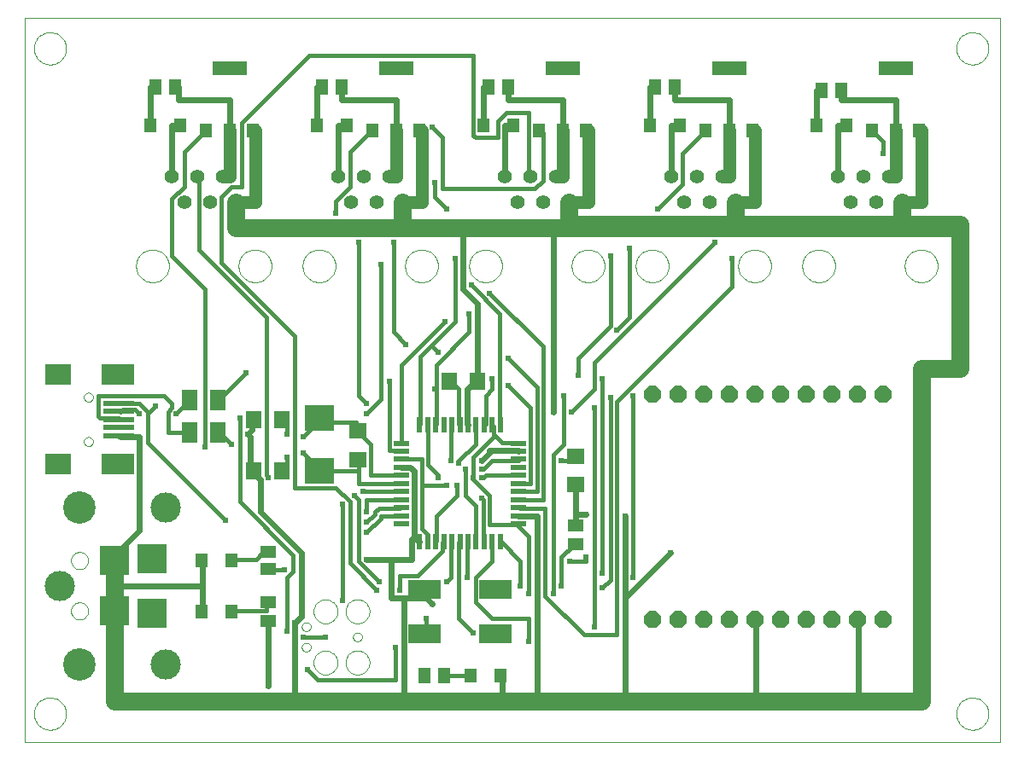
<source format=gtl>
G75*
%MOIN*%
%OFA0B0*%
%FSLAX24Y24*%
%IPPOS*%
%LPD*%
%AMOC8*
5,1,8,0,0,1.08239X$1,22.5*
%
%ADD10C,0.0000*%
%ADD11C,0.0554*%
%ADD12R,0.0472X0.0551*%
%ADD13R,0.0512X0.0591*%
%ADD14C,0.1181*%
%ADD15C,0.1266*%
%ADD16R,0.1181X0.1181*%
%ADD17R,0.0591X0.0512*%
%ADD18R,0.0709X0.0630*%
%ADD19R,0.0197X0.0591*%
%ADD20R,0.0591X0.0197*%
%ADD21R,0.1250X0.0750*%
%ADD22R,0.0630X0.0709*%
%ADD23R,0.0710X0.0630*%
%ADD24R,0.0630X0.0512*%
%ADD25R,0.1181X0.0984*%
%ADD26R,0.0984X0.0787*%
%ADD27R,0.1299X0.0787*%
%ADD28R,0.1220X0.0197*%
%ADD29R,0.0630X0.0787*%
%ADD30OC8,0.0660*%
%ADD31R,0.1378X0.0551*%
%ADD32C,0.0700*%
%ADD33C,0.0180*%
%ADD34C,0.0500*%
%ADD35C,0.0240*%
%ADD36C,0.0240*%
D10*
X003100Y000100D02*
X003100Y028396D01*
X041170Y028396D01*
X041170Y000100D01*
X003100Y000100D01*
X003470Y001200D02*
X003472Y001250D01*
X003478Y001300D01*
X003488Y001349D01*
X003502Y001397D01*
X003519Y001444D01*
X003540Y001489D01*
X003565Y001533D01*
X003593Y001574D01*
X003625Y001613D01*
X003659Y001650D01*
X003696Y001684D01*
X003736Y001714D01*
X003778Y001741D01*
X003822Y001765D01*
X003868Y001786D01*
X003915Y001802D01*
X003963Y001815D01*
X004013Y001824D01*
X004062Y001829D01*
X004113Y001830D01*
X004163Y001827D01*
X004212Y001820D01*
X004261Y001809D01*
X004309Y001794D01*
X004355Y001776D01*
X004400Y001754D01*
X004443Y001728D01*
X004484Y001699D01*
X004523Y001667D01*
X004559Y001632D01*
X004591Y001594D01*
X004621Y001554D01*
X004648Y001511D01*
X004671Y001467D01*
X004690Y001421D01*
X004706Y001373D01*
X004718Y001324D01*
X004726Y001275D01*
X004730Y001225D01*
X004730Y001175D01*
X004726Y001125D01*
X004718Y001076D01*
X004706Y001027D01*
X004690Y000979D01*
X004671Y000933D01*
X004648Y000889D01*
X004621Y000846D01*
X004591Y000806D01*
X004559Y000768D01*
X004523Y000733D01*
X004484Y000701D01*
X004443Y000672D01*
X004400Y000646D01*
X004355Y000624D01*
X004309Y000606D01*
X004261Y000591D01*
X004212Y000580D01*
X004163Y000573D01*
X004113Y000570D01*
X004062Y000571D01*
X004013Y000576D01*
X003963Y000585D01*
X003915Y000598D01*
X003868Y000614D01*
X003822Y000635D01*
X003778Y000659D01*
X003736Y000686D01*
X003696Y000716D01*
X003659Y000750D01*
X003625Y000787D01*
X003593Y000826D01*
X003565Y000867D01*
X003540Y000911D01*
X003519Y000956D01*
X003502Y001003D01*
X003488Y001051D01*
X003478Y001100D01*
X003472Y001150D01*
X003470Y001200D01*
X004919Y005216D02*
X004921Y005252D01*
X004927Y005288D01*
X004937Y005323D01*
X004950Y005357D01*
X004967Y005389D01*
X004987Y005419D01*
X005011Y005446D01*
X005037Y005471D01*
X005066Y005493D01*
X005097Y005512D01*
X005130Y005527D01*
X005164Y005539D01*
X005200Y005547D01*
X005236Y005551D01*
X005272Y005551D01*
X005308Y005547D01*
X005344Y005539D01*
X005378Y005527D01*
X005411Y005512D01*
X005442Y005493D01*
X005471Y005471D01*
X005497Y005446D01*
X005521Y005419D01*
X005541Y005389D01*
X005558Y005357D01*
X005571Y005323D01*
X005581Y005288D01*
X005587Y005252D01*
X005589Y005216D01*
X005587Y005180D01*
X005581Y005144D01*
X005571Y005109D01*
X005558Y005075D01*
X005541Y005043D01*
X005521Y005013D01*
X005497Y004986D01*
X005471Y004961D01*
X005442Y004939D01*
X005411Y004920D01*
X005378Y004905D01*
X005344Y004893D01*
X005308Y004885D01*
X005272Y004881D01*
X005236Y004881D01*
X005200Y004885D01*
X005164Y004893D01*
X005130Y004905D01*
X005097Y004920D01*
X005066Y004939D01*
X005037Y004961D01*
X005011Y004986D01*
X004987Y005013D01*
X004967Y005043D01*
X004950Y005075D01*
X004937Y005109D01*
X004927Y005144D01*
X004921Y005180D01*
X004919Y005216D01*
X004919Y007184D02*
X004921Y007220D01*
X004927Y007256D01*
X004937Y007291D01*
X004950Y007325D01*
X004967Y007357D01*
X004987Y007387D01*
X005011Y007414D01*
X005037Y007439D01*
X005066Y007461D01*
X005097Y007480D01*
X005130Y007495D01*
X005164Y007507D01*
X005200Y007515D01*
X005236Y007519D01*
X005272Y007519D01*
X005308Y007515D01*
X005344Y007507D01*
X005378Y007495D01*
X005411Y007480D01*
X005442Y007461D01*
X005471Y007439D01*
X005497Y007414D01*
X005521Y007387D01*
X005541Y007357D01*
X005558Y007325D01*
X005571Y007291D01*
X005581Y007256D01*
X005587Y007220D01*
X005589Y007184D01*
X005587Y007148D01*
X005581Y007112D01*
X005571Y007077D01*
X005558Y007043D01*
X005541Y007011D01*
X005521Y006981D01*
X005497Y006954D01*
X005471Y006929D01*
X005442Y006907D01*
X005411Y006888D01*
X005378Y006873D01*
X005344Y006861D01*
X005308Y006853D01*
X005272Y006849D01*
X005236Y006849D01*
X005200Y006853D01*
X005164Y006861D01*
X005130Y006873D01*
X005097Y006888D01*
X005066Y006907D01*
X005037Y006929D01*
X005011Y006954D01*
X004987Y006981D01*
X004967Y007011D01*
X004950Y007043D01*
X004937Y007077D01*
X004927Y007112D01*
X004921Y007148D01*
X004919Y007184D01*
X005423Y011834D02*
X005425Y011860D01*
X005431Y011886D01*
X005441Y011911D01*
X005454Y011934D01*
X005470Y011954D01*
X005490Y011972D01*
X005512Y011987D01*
X005535Y011999D01*
X005561Y012007D01*
X005587Y012011D01*
X005613Y012011D01*
X005639Y012007D01*
X005665Y011999D01*
X005689Y011987D01*
X005710Y011972D01*
X005730Y011954D01*
X005746Y011934D01*
X005759Y011911D01*
X005769Y011886D01*
X005775Y011860D01*
X005777Y011834D01*
X005775Y011808D01*
X005769Y011782D01*
X005759Y011757D01*
X005746Y011734D01*
X005730Y011714D01*
X005710Y011696D01*
X005688Y011681D01*
X005665Y011669D01*
X005639Y011661D01*
X005613Y011657D01*
X005587Y011657D01*
X005561Y011661D01*
X005535Y011669D01*
X005511Y011681D01*
X005490Y011696D01*
X005470Y011714D01*
X005454Y011734D01*
X005441Y011757D01*
X005431Y011782D01*
X005425Y011808D01*
X005423Y011834D01*
X005423Y013566D02*
X005425Y013592D01*
X005431Y013618D01*
X005441Y013643D01*
X005454Y013666D01*
X005470Y013686D01*
X005490Y013704D01*
X005512Y013719D01*
X005535Y013731D01*
X005561Y013739D01*
X005587Y013743D01*
X005613Y013743D01*
X005639Y013739D01*
X005665Y013731D01*
X005689Y013719D01*
X005710Y013704D01*
X005730Y013686D01*
X005746Y013666D01*
X005759Y013643D01*
X005769Y013618D01*
X005775Y013592D01*
X005777Y013566D01*
X005775Y013540D01*
X005769Y013514D01*
X005759Y013489D01*
X005746Y013466D01*
X005730Y013446D01*
X005710Y013428D01*
X005688Y013413D01*
X005665Y013401D01*
X005639Y013393D01*
X005613Y013389D01*
X005587Y013389D01*
X005561Y013393D01*
X005535Y013401D01*
X005511Y013413D01*
X005490Y013428D01*
X005470Y013446D01*
X005454Y013466D01*
X005441Y013489D01*
X005431Y013514D01*
X005425Y013540D01*
X005423Y013566D01*
X007460Y018700D02*
X007462Y018750D01*
X007468Y018800D01*
X007478Y018849D01*
X007491Y018898D01*
X007509Y018945D01*
X007530Y018991D01*
X007554Y019034D01*
X007582Y019076D01*
X007613Y019116D01*
X007647Y019153D01*
X007684Y019187D01*
X007724Y019218D01*
X007766Y019246D01*
X007809Y019270D01*
X007855Y019291D01*
X007902Y019309D01*
X007951Y019322D01*
X008000Y019332D01*
X008050Y019338D01*
X008100Y019340D01*
X008150Y019338D01*
X008200Y019332D01*
X008249Y019322D01*
X008298Y019309D01*
X008345Y019291D01*
X008391Y019270D01*
X008434Y019246D01*
X008476Y019218D01*
X008516Y019187D01*
X008553Y019153D01*
X008587Y019116D01*
X008618Y019076D01*
X008646Y019034D01*
X008670Y018991D01*
X008691Y018945D01*
X008709Y018898D01*
X008722Y018849D01*
X008732Y018800D01*
X008738Y018750D01*
X008740Y018700D01*
X008738Y018650D01*
X008732Y018600D01*
X008722Y018551D01*
X008709Y018502D01*
X008691Y018455D01*
X008670Y018409D01*
X008646Y018366D01*
X008618Y018324D01*
X008587Y018284D01*
X008553Y018247D01*
X008516Y018213D01*
X008476Y018182D01*
X008434Y018154D01*
X008391Y018130D01*
X008345Y018109D01*
X008298Y018091D01*
X008249Y018078D01*
X008200Y018068D01*
X008150Y018062D01*
X008100Y018060D01*
X008050Y018062D01*
X008000Y018068D01*
X007951Y018078D01*
X007902Y018091D01*
X007855Y018109D01*
X007809Y018130D01*
X007766Y018154D01*
X007724Y018182D01*
X007684Y018213D01*
X007647Y018247D01*
X007613Y018284D01*
X007582Y018324D01*
X007554Y018366D01*
X007530Y018409D01*
X007509Y018455D01*
X007491Y018502D01*
X007478Y018551D01*
X007468Y018600D01*
X007462Y018650D01*
X007460Y018700D01*
X011460Y018700D02*
X011462Y018750D01*
X011468Y018800D01*
X011478Y018849D01*
X011491Y018898D01*
X011509Y018945D01*
X011530Y018991D01*
X011554Y019034D01*
X011582Y019076D01*
X011613Y019116D01*
X011647Y019153D01*
X011684Y019187D01*
X011724Y019218D01*
X011766Y019246D01*
X011809Y019270D01*
X011855Y019291D01*
X011902Y019309D01*
X011951Y019322D01*
X012000Y019332D01*
X012050Y019338D01*
X012100Y019340D01*
X012150Y019338D01*
X012200Y019332D01*
X012249Y019322D01*
X012298Y019309D01*
X012345Y019291D01*
X012391Y019270D01*
X012434Y019246D01*
X012476Y019218D01*
X012516Y019187D01*
X012553Y019153D01*
X012587Y019116D01*
X012618Y019076D01*
X012646Y019034D01*
X012670Y018991D01*
X012691Y018945D01*
X012709Y018898D01*
X012722Y018849D01*
X012732Y018800D01*
X012738Y018750D01*
X012740Y018700D01*
X012738Y018650D01*
X012732Y018600D01*
X012722Y018551D01*
X012709Y018502D01*
X012691Y018455D01*
X012670Y018409D01*
X012646Y018366D01*
X012618Y018324D01*
X012587Y018284D01*
X012553Y018247D01*
X012516Y018213D01*
X012476Y018182D01*
X012434Y018154D01*
X012391Y018130D01*
X012345Y018109D01*
X012298Y018091D01*
X012249Y018078D01*
X012200Y018068D01*
X012150Y018062D01*
X012100Y018060D01*
X012050Y018062D01*
X012000Y018068D01*
X011951Y018078D01*
X011902Y018091D01*
X011855Y018109D01*
X011809Y018130D01*
X011766Y018154D01*
X011724Y018182D01*
X011684Y018213D01*
X011647Y018247D01*
X011613Y018284D01*
X011582Y018324D01*
X011554Y018366D01*
X011530Y018409D01*
X011509Y018455D01*
X011491Y018502D01*
X011478Y018551D01*
X011468Y018600D01*
X011462Y018650D01*
X011460Y018700D01*
X013960Y018700D02*
X013962Y018750D01*
X013968Y018800D01*
X013978Y018849D01*
X013991Y018898D01*
X014009Y018945D01*
X014030Y018991D01*
X014054Y019034D01*
X014082Y019076D01*
X014113Y019116D01*
X014147Y019153D01*
X014184Y019187D01*
X014224Y019218D01*
X014266Y019246D01*
X014309Y019270D01*
X014355Y019291D01*
X014402Y019309D01*
X014451Y019322D01*
X014500Y019332D01*
X014550Y019338D01*
X014600Y019340D01*
X014650Y019338D01*
X014700Y019332D01*
X014749Y019322D01*
X014798Y019309D01*
X014845Y019291D01*
X014891Y019270D01*
X014934Y019246D01*
X014976Y019218D01*
X015016Y019187D01*
X015053Y019153D01*
X015087Y019116D01*
X015118Y019076D01*
X015146Y019034D01*
X015170Y018991D01*
X015191Y018945D01*
X015209Y018898D01*
X015222Y018849D01*
X015232Y018800D01*
X015238Y018750D01*
X015240Y018700D01*
X015238Y018650D01*
X015232Y018600D01*
X015222Y018551D01*
X015209Y018502D01*
X015191Y018455D01*
X015170Y018409D01*
X015146Y018366D01*
X015118Y018324D01*
X015087Y018284D01*
X015053Y018247D01*
X015016Y018213D01*
X014976Y018182D01*
X014934Y018154D01*
X014891Y018130D01*
X014845Y018109D01*
X014798Y018091D01*
X014749Y018078D01*
X014700Y018068D01*
X014650Y018062D01*
X014600Y018060D01*
X014550Y018062D01*
X014500Y018068D01*
X014451Y018078D01*
X014402Y018091D01*
X014355Y018109D01*
X014309Y018130D01*
X014266Y018154D01*
X014224Y018182D01*
X014184Y018213D01*
X014147Y018247D01*
X014113Y018284D01*
X014082Y018324D01*
X014054Y018366D01*
X014030Y018409D01*
X014009Y018455D01*
X013991Y018502D01*
X013978Y018551D01*
X013968Y018600D01*
X013962Y018650D01*
X013960Y018700D01*
X017960Y018700D02*
X017962Y018750D01*
X017968Y018800D01*
X017978Y018849D01*
X017991Y018898D01*
X018009Y018945D01*
X018030Y018991D01*
X018054Y019034D01*
X018082Y019076D01*
X018113Y019116D01*
X018147Y019153D01*
X018184Y019187D01*
X018224Y019218D01*
X018266Y019246D01*
X018309Y019270D01*
X018355Y019291D01*
X018402Y019309D01*
X018451Y019322D01*
X018500Y019332D01*
X018550Y019338D01*
X018600Y019340D01*
X018650Y019338D01*
X018700Y019332D01*
X018749Y019322D01*
X018798Y019309D01*
X018845Y019291D01*
X018891Y019270D01*
X018934Y019246D01*
X018976Y019218D01*
X019016Y019187D01*
X019053Y019153D01*
X019087Y019116D01*
X019118Y019076D01*
X019146Y019034D01*
X019170Y018991D01*
X019191Y018945D01*
X019209Y018898D01*
X019222Y018849D01*
X019232Y018800D01*
X019238Y018750D01*
X019240Y018700D01*
X019238Y018650D01*
X019232Y018600D01*
X019222Y018551D01*
X019209Y018502D01*
X019191Y018455D01*
X019170Y018409D01*
X019146Y018366D01*
X019118Y018324D01*
X019087Y018284D01*
X019053Y018247D01*
X019016Y018213D01*
X018976Y018182D01*
X018934Y018154D01*
X018891Y018130D01*
X018845Y018109D01*
X018798Y018091D01*
X018749Y018078D01*
X018700Y018068D01*
X018650Y018062D01*
X018600Y018060D01*
X018550Y018062D01*
X018500Y018068D01*
X018451Y018078D01*
X018402Y018091D01*
X018355Y018109D01*
X018309Y018130D01*
X018266Y018154D01*
X018224Y018182D01*
X018184Y018213D01*
X018147Y018247D01*
X018113Y018284D01*
X018082Y018324D01*
X018054Y018366D01*
X018030Y018409D01*
X018009Y018455D01*
X017991Y018502D01*
X017978Y018551D01*
X017968Y018600D01*
X017962Y018650D01*
X017960Y018700D01*
X020460Y018700D02*
X020462Y018750D01*
X020468Y018800D01*
X020478Y018849D01*
X020491Y018898D01*
X020509Y018945D01*
X020530Y018991D01*
X020554Y019034D01*
X020582Y019076D01*
X020613Y019116D01*
X020647Y019153D01*
X020684Y019187D01*
X020724Y019218D01*
X020766Y019246D01*
X020809Y019270D01*
X020855Y019291D01*
X020902Y019309D01*
X020951Y019322D01*
X021000Y019332D01*
X021050Y019338D01*
X021100Y019340D01*
X021150Y019338D01*
X021200Y019332D01*
X021249Y019322D01*
X021298Y019309D01*
X021345Y019291D01*
X021391Y019270D01*
X021434Y019246D01*
X021476Y019218D01*
X021516Y019187D01*
X021553Y019153D01*
X021587Y019116D01*
X021618Y019076D01*
X021646Y019034D01*
X021670Y018991D01*
X021691Y018945D01*
X021709Y018898D01*
X021722Y018849D01*
X021732Y018800D01*
X021738Y018750D01*
X021740Y018700D01*
X021738Y018650D01*
X021732Y018600D01*
X021722Y018551D01*
X021709Y018502D01*
X021691Y018455D01*
X021670Y018409D01*
X021646Y018366D01*
X021618Y018324D01*
X021587Y018284D01*
X021553Y018247D01*
X021516Y018213D01*
X021476Y018182D01*
X021434Y018154D01*
X021391Y018130D01*
X021345Y018109D01*
X021298Y018091D01*
X021249Y018078D01*
X021200Y018068D01*
X021150Y018062D01*
X021100Y018060D01*
X021050Y018062D01*
X021000Y018068D01*
X020951Y018078D01*
X020902Y018091D01*
X020855Y018109D01*
X020809Y018130D01*
X020766Y018154D01*
X020724Y018182D01*
X020684Y018213D01*
X020647Y018247D01*
X020613Y018284D01*
X020582Y018324D01*
X020554Y018366D01*
X020530Y018409D01*
X020509Y018455D01*
X020491Y018502D01*
X020478Y018551D01*
X020468Y018600D01*
X020462Y018650D01*
X020460Y018700D01*
X024460Y018700D02*
X024462Y018750D01*
X024468Y018800D01*
X024478Y018849D01*
X024491Y018898D01*
X024509Y018945D01*
X024530Y018991D01*
X024554Y019034D01*
X024582Y019076D01*
X024613Y019116D01*
X024647Y019153D01*
X024684Y019187D01*
X024724Y019218D01*
X024766Y019246D01*
X024809Y019270D01*
X024855Y019291D01*
X024902Y019309D01*
X024951Y019322D01*
X025000Y019332D01*
X025050Y019338D01*
X025100Y019340D01*
X025150Y019338D01*
X025200Y019332D01*
X025249Y019322D01*
X025298Y019309D01*
X025345Y019291D01*
X025391Y019270D01*
X025434Y019246D01*
X025476Y019218D01*
X025516Y019187D01*
X025553Y019153D01*
X025587Y019116D01*
X025618Y019076D01*
X025646Y019034D01*
X025670Y018991D01*
X025691Y018945D01*
X025709Y018898D01*
X025722Y018849D01*
X025732Y018800D01*
X025738Y018750D01*
X025740Y018700D01*
X025738Y018650D01*
X025732Y018600D01*
X025722Y018551D01*
X025709Y018502D01*
X025691Y018455D01*
X025670Y018409D01*
X025646Y018366D01*
X025618Y018324D01*
X025587Y018284D01*
X025553Y018247D01*
X025516Y018213D01*
X025476Y018182D01*
X025434Y018154D01*
X025391Y018130D01*
X025345Y018109D01*
X025298Y018091D01*
X025249Y018078D01*
X025200Y018068D01*
X025150Y018062D01*
X025100Y018060D01*
X025050Y018062D01*
X025000Y018068D01*
X024951Y018078D01*
X024902Y018091D01*
X024855Y018109D01*
X024809Y018130D01*
X024766Y018154D01*
X024724Y018182D01*
X024684Y018213D01*
X024647Y018247D01*
X024613Y018284D01*
X024582Y018324D01*
X024554Y018366D01*
X024530Y018409D01*
X024509Y018455D01*
X024491Y018502D01*
X024478Y018551D01*
X024468Y018600D01*
X024462Y018650D01*
X024460Y018700D01*
X026960Y018700D02*
X026962Y018750D01*
X026968Y018800D01*
X026978Y018849D01*
X026991Y018898D01*
X027009Y018945D01*
X027030Y018991D01*
X027054Y019034D01*
X027082Y019076D01*
X027113Y019116D01*
X027147Y019153D01*
X027184Y019187D01*
X027224Y019218D01*
X027266Y019246D01*
X027309Y019270D01*
X027355Y019291D01*
X027402Y019309D01*
X027451Y019322D01*
X027500Y019332D01*
X027550Y019338D01*
X027600Y019340D01*
X027650Y019338D01*
X027700Y019332D01*
X027749Y019322D01*
X027798Y019309D01*
X027845Y019291D01*
X027891Y019270D01*
X027934Y019246D01*
X027976Y019218D01*
X028016Y019187D01*
X028053Y019153D01*
X028087Y019116D01*
X028118Y019076D01*
X028146Y019034D01*
X028170Y018991D01*
X028191Y018945D01*
X028209Y018898D01*
X028222Y018849D01*
X028232Y018800D01*
X028238Y018750D01*
X028240Y018700D01*
X028238Y018650D01*
X028232Y018600D01*
X028222Y018551D01*
X028209Y018502D01*
X028191Y018455D01*
X028170Y018409D01*
X028146Y018366D01*
X028118Y018324D01*
X028087Y018284D01*
X028053Y018247D01*
X028016Y018213D01*
X027976Y018182D01*
X027934Y018154D01*
X027891Y018130D01*
X027845Y018109D01*
X027798Y018091D01*
X027749Y018078D01*
X027700Y018068D01*
X027650Y018062D01*
X027600Y018060D01*
X027550Y018062D01*
X027500Y018068D01*
X027451Y018078D01*
X027402Y018091D01*
X027355Y018109D01*
X027309Y018130D01*
X027266Y018154D01*
X027224Y018182D01*
X027184Y018213D01*
X027147Y018247D01*
X027113Y018284D01*
X027082Y018324D01*
X027054Y018366D01*
X027030Y018409D01*
X027009Y018455D01*
X026991Y018502D01*
X026978Y018551D01*
X026968Y018600D01*
X026962Y018650D01*
X026960Y018700D01*
X030960Y018700D02*
X030962Y018750D01*
X030968Y018800D01*
X030978Y018849D01*
X030991Y018898D01*
X031009Y018945D01*
X031030Y018991D01*
X031054Y019034D01*
X031082Y019076D01*
X031113Y019116D01*
X031147Y019153D01*
X031184Y019187D01*
X031224Y019218D01*
X031266Y019246D01*
X031309Y019270D01*
X031355Y019291D01*
X031402Y019309D01*
X031451Y019322D01*
X031500Y019332D01*
X031550Y019338D01*
X031600Y019340D01*
X031650Y019338D01*
X031700Y019332D01*
X031749Y019322D01*
X031798Y019309D01*
X031845Y019291D01*
X031891Y019270D01*
X031934Y019246D01*
X031976Y019218D01*
X032016Y019187D01*
X032053Y019153D01*
X032087Y019116D01*
X032118Y019076D01*
X032146Y019034D01*
X032170Y018991D01*
X032191Y018945D01*
X032209Y018898D01*
X032222Y018849D01*
X032232Y018800D01*
X032238Y018750D01*
X032240Y018700D01*
X032238Y018650D01*
X032232Y018600D01*
X032222Y018551D01*
X032209Y018502D01*
X032191Y018455D01*
X032170Y018409D01*
X032146Y018366D01*
X032118Y018324D01*
X032087Y018284D01*
X032053Y018247D01*
X032016Y018213D01*
X031976Y018182D01*
X031934Y018154D01*
X031891Y018130D01*
X031845Y018109D01*
X031798Y018091D01*
X031749Y018078D01*
X031700Y018068D01*
X031650Y018062D01*
X031600Y018060D01*
X031550Y018062D01*
X031500Y018068D01*
X031451Y018078D01*
X031402Y018091D01*
X031355Y018109D01*
X031309Y018130D01*
X031266Y018154D01*
X031224Y018182D01*
X031184Y018213D01*
X031147Y018247D01*
X031113Y018284D01*
X031082Y018324D01*
X031054Y018366D01*
X031030Y018409D01*
X031009Y018455D01*
X030991Y018502D01*
X030978Y018551D01*
X030968Y018600D01*
X030962Y018650D01*
X030960Y018700D01*
X033460Y018700D02*
X033462Y018750D01*
X033468Y018800D01*
X033478Y018849D01*
X033491Y018898D01*
X033509Y018945D01*
X033530Y018991D01*
X033554Y019034D01*
X033582Y019076D01*
X033613Y019116D01*
X033647Y019153D01*
X033684Y019187D01*
X033724Y019218D01*
X033766Y019246D01*
X033809Y019270D01*
X033855Y019291D01*
X033902Y019309D01*
X033951Y019322D01*
X034000Y019332D01*
X034050Y019338D01*
X034100Y019340D01*
X034150Y019338D01*
X034200Y019332D01*
X034249Y019322D01*
X034298Y019309D01*
X034345Y019291D01*
X034391Y019270D01*
X034434Y019246D01*
X034476Y019218D01*
X034516Y019187D01*
X034553Y019153D01*
X034587Y019116D01*
X034618Y019076D01*
X034646Y019034D01*
X034670Y018991D01*
X034691Y018945D01*
X034709Y018898D01*
X034722Y018849D01*
X034732Y018800D01*
X034738Y018750D01*
X034740Y018700D01*
X034738Y018650D01*
X034732Y018600D01*
X034722Y018551D01*
X034709Y018502D01*
X034691Y018455D01*
X034670Y018409D01*
X034646Y018366D01*
X034618Y018324D01*
X034587Y018284D01*
X034553Y018247D01*
X034516Y018213D01*
X034476Y018182D01*
X034434Y018154D01*
X034391Y018130D01*
X034345Y018109D01*
X034298Y018091D01*
X034249Y018078D01*
X034200Y018068D01*
X034150Y018062D01*
X034100Y018060D01*
X034050Y018062D01*
X034000Y018068D01*
X033951Y018078D01*
X033902Y018091D01*
X033855Y018109D01*
X033809Y018130D01*
X033766Y018154D01*
X033724Y018182D01*
X033684Y018213D01*
X033647Y018247D01*
X033613Y018284D01*
X033582Y018324D01*
X033554Y018366D01*
X033530Y018409D01*
X033509Y018455D01*
X033491Y018502D01*
X033478Y018551D01*
X033468Y018600D01*
X033462Y018650D01*
X033460Y018700D01*
X037460Y018700D02*
X037462Y018750D01*
X037468Y018800D01*
X037478Y018849D01*
X037491Y018898D01*
X037509Y018945D01*
X037530Y018991D01*
X037554Y019034D01*
X037582Y019076D01*
X037613Y019116D01*
X037647Y019153D01*
X037684Y019187D01*
X037724Y019218D01*
X037766Y019246D01*
X037809Y019270D01*
X037855Y019291D01*
X037902Y019309D01*
X037951Y019322D01*
X038000Y019332D01*
X038050Y019338D01*
X038100Y019340D01*
X038150Y019338D01*
X038200Y019332D01*
X038249Y019322D01*
X038298Y019309D01*
X038345Y019291D01*
X038391Y019270D01*
X038434Y019246D01*
X038476Y019218D01*
X038516Y019187D01*
X038553Y019153D01*
X038587Y019116D01*
X038618Y019076D01*
X038646Y019034D01*
X038670Y018991D01*
X038691Y018945D01*
X038709Y018898D01*
X038722Y018849D01*
X038732Y018800D01*
X038738Y018750D01*
X038740Y018700D01*
X038738Y018650D01*
X038732Y018600D01*
X038722Y018551D01*
X038709Y018502D01*
X038691Y018455D01*
X038670Y018409D01*
X038646Y018366D01*
X038618Y018324D01*
X038587Y018284D01*
X038553Y018247D01*
X038516Y018213D01*
X038476Y018182D01*
X038434Y018154D01*
X038391Y018130D01*
X038345Y018109D01*
X038298Y018091D01*
X038249Y018078D01*
X038200Y018068D01*
X038150Y018062D01*
X038100Y018060D01*
X038050Y018062D01*
X038000Y018068D01*
X037951Y018078D01*
X037902Y018091D01*
X037855Y018109D01*
X037809Y018130D01*
X037766Y018154D01*
X037724Y018182D01*
X037684Y018213D01*
X037647Y018247D01*
X037613Y018284D01*
X037582Y018324D01*
X037554Y018366D01*
X037530Y018409D01*
X037509Y018455D01*
X037491Y018502D01*
X037478Y018551D01*
X037468Y018600D01*
X037462Y018650D01*
X037460Y018700D01*
X039470Y027200D02*
X039472Y027250D01*
X039478Y027300D01*
X039488Y027349D01*
X039502Y027397D01*
X039519Y027444D01*
X039540Y027489D01*
X039565Y027533D01*
X039593Y027574D01*
X039625Y027613D01*
X039659Y027650D01*
X039696Y027684D01*
X039736Y027714D01*
X039778Y027741D01*
X039822Y027765D01*
X039868Y027786D01*
X039915Y027802D01*
X039963Y027815D01*
X040013Y027824D01*
X040062Y027829D01*
X040113Y027830D01*
X040163Y027827D01*
X040212Y027820D01*
X040261Y027809D01*
X040309Y027794D01*
X040355Y027776D01*
X040400Y027754D01*
X040443Y027728D01*
X040484Y027699D01*
X040523Y027667D01*
X040559Y027632D01*
X040591Y027594D01*
X040621Y027554D01*
X040648Y027511D01*
X040671Y027467D01*
X040690Y027421D01*
X040706Y027373D01*
X040718Y027324D01*
X040726Y027275D01*
X040730Y027225D01*
X040730Y027175D01*
X040726Y027125D01*
X040718Y027076D01*
X040706Y027027D01*
X040690Y026979D01*
X040671Y026933D01*
X040648Y026889D01*
X040621Y026846D01*
X040591Y026806D01*
X040559Y026768D01*
X040523Y026733D01*
X040484Y026701D01*
X040443Y026672D01*
X040400Y026646D01*
X040355Y026624D01*
X040309Y026606D01*
X040261Y026591D01*
X040212Y026580D01*
X040163Y026573D01*
X040113Y026570D01*
X040062Y026571D01*
X040013Y026576D01*
X039963Y026585D01*
X039915Y026598D01*
X039868Y026614D01*
X039822Y026635D01*
X039778Y026659D01*
X039736Y026686D01*
X039696Y026716D01*
X039659Y026750D01*
X039625Y026787D01*
X039593Y026826D01*
X039565Y026867D01*
X039540Y026911D01*
X039519Y026956D01*
X039502Y027003D01*
X039488Y027051D01*
X039478Y027100D01*
X039472Y027150D01*
X039470Y027200D01*
X015633Y005200D02*
X015635Y005243D01*
X015641Y005286D01*
X015651Y005328D01*
X015665Y005369D01*
X015682Y005408D01*
X015703Y005446D01*
X015727Y005481D01*
X015755Y005515D01*
X015785Y005545D01*
X015819Y005573D01*
X015854Y005597D01*
X015892Y005618D01*
X015931Y005635D01*
X015972Y005649D01*
X016014Y005659D01*
X016057Y005665D01*
X016100Y005667D01*
X016143Y005665D01*
X016186Y005659D01*
X016228Y005649D01*
X016269Y005635D01*
X016308Y005618D01*
X016346Y005597D01*
X016381Y005573D01*
X016415Y005545D01*
X016445Y005515D01*
X016473Y005481D01*
X016497Y005446D01*
X016518Y005408D01*
X016535Y005369D01*
X016549Y005328D01*
X016559Y005286D01*
X016565Y005243D01*
X016567Y005200D01*
X016565Y005157D01*
X016559Y005114D01*
X016549Y005072D01*
X016535Y005031D01*
X016518Y004992D01*
X016497Y004954D01*
X016473Y004919D01*
X016445Y004885D01*
X016415Y004855D01*
X016381Y004827D01*
X016346Y004803D01*
X016308Y004782D01*
X016269Y004765D01*
X016228Y004751D01*
X016186Y004741D01*
X016143Y004735D01*
X016100Y004733D01*
X016057Y004735D01*
X016014Y004741D01*
X015972Y004751D01*
X015931Y004765D01*
X015892Y004782D01*
X015854Y004803D01*
X015819Y004827D01*
X015785Y004855D01*
X015755Y004885D01*
X015727Y004919D01*
X015703Y004954D01*
X015682Y004992D01*
X015665Y005031D01*
X015651Y005072D01*
X015641Y005114D01*
X015635Y005157D01*
X015633Y005200D01*
X014383Y005200D02*
X014385Y005243D01*
X014391Y005286D01*
X014401Y005328D01*
X014415Y005369D01*
X014432Y005408D01*
X014453Y005446D01*
X014477Y005481D01*
X014505Y005515D01*
X014535Y005545D01*
X014569Y005573D01*
X014604Y005597D01*
X014642Y005618D01*
X014681Y005635D01*
X014722Y005649D01*
X014764Y005659D01*
X014807Y005665D01*
X014850Y005667D01*
X014893Y005665D01*
X014936Y005659D01*
X014978Y005649D01*
X015019Y005635D01*
X015058Y005618D01*
X015096Y005597D01*
X015131Y005573D01*
X015165Y005545D01*
X015195Y005515D01*
X015223Y005481D01*
X015247Y005446D01*
X015268Y005408D01*
X015285Y005369D01*
X015299Y005328D01*
X015309Y005286D01*
X015315Y005243D01*
X015317Y005200D01*
X015315Y005157D01*
X015309Y005114D01*
X015299Y005072D01*
X015285Y005031D01*
X015268Y004992D01*
X015247Y004954D01*
X015223Y004919D01*
X015195Y004885D01*
X015165Y004855D01*
X015131Y004827D01*
X015096Y004803D01*
X015058Y004782D01*
X015019Y004765D01*
X014978Y004751D01*
X014936Y004741D01*
X014893Y004735D01*
X014850Y004733D01*
X014807Y004735D01*
X014764Y004741D01*
X014722Y004751D01*
X014681Y004765D01*
X014642Y004782D01*
X014604Y004803D01*
X014569Y004827D01*
X014535Y004855D01*
X014505Y004885D01*
X014477Y004919D01*
X014453Y004954D01*
X014432Y004992D01*
X014415Y005031D01*
X014401Y005072D01*
X014391Y005114D01*
X014385Y005157D01*
X014383Y005200D01*
X013925Y004600D02*
X013927Y004626D01*
X013933Y004652D01*
X013942Y004676D01*
X013955Y004699D01*
X013972Y004719D01*
X013991Y004737D01*
X014013Y004752D01*
X014036Y004763D01*
X014061Y004771D01*
X014087Y004775D01*
X014113Y004775D01*
X014139Y004771D01*
X014164Y004763D01*
X014188Y004752D01*
X014209Y004737D01*
X014228Y004719D01*
X014245Y004699D01*
X014258Y004676D01*
X014267Y004652D01*
X014273Y004626D01*
X014275Y004600D01*
X014273Y004574D01*
X014267Y004548D01*
X014258Y004524D01*
X014245Y004501D01*
X014228Y004481D01*
X014209Y004463D01*
X014187Y004448D01*
X014164Y004437D01*
X014139Y004429D01*
X014113Y004425D01*
X014087Y004425D01*
X014061Y004429D01*
X014036Y004437D01*
X014012Y004448D01*
X013991Y004463D01*
X013972Y004481D01*
X013955Y004501D01*
X013942Y004524D01*
X013933Y004548D01*
X013927Y004574D01*
X013925Y004600D01*
X013925Y003800D02*
X013927Y003826D01*
X013933Y003852D01*
X013942Y003876D01*
X013955Y003899D01*
X013972Y003919D01*
X013991Y003937D01*
X014013Y003952D01*
X014036Y003963D01*
X014061Y003971D01*
X014087Y003975D01*
X014113Y003975D01*
X014139Y003971D01*
X014164Y003963D01*
X014188Y003952D01*
X014209Y003937D01*
X014228Y003919D01*
X014245Y003899D01*
X014258Y003876D01*
X014267Y003852D01*
X014273Y003826D01*
X014275Y003800D01*
X014273Y003774D01*
X014267Y003748D01*
X014258Y003724D01*
X014245Y003701D01*
X014228Y003681D01*
X014209Y003663D01*
X014187Y003648D01*
X014164Y003637D01*
X014139Y003629D01*
X014113Y003625D01*
X014087Y003625D01*
X014061Y003629D01*
X014036Y003637D01*
X014012Y003648D01*
X013991Y003663D01*
X013972Y003681D01*
X013955Y003701D01*
X013942Y003724D01*
X013933Y003748D01*
X013927Y003774D01*
X013925Y003800D01*
X014383Y003200D02*
X014385Y003243D01*
X014391Y003286D01*
X014401Y003328D01*
X014415Y003369D01*
X014432Y003408D01*
X014453Y003446D01*
X014477Y003481D01*
X014505Y003515D01*
X014535Y003545D01*
X014569Y003573D01*
X014604Y003597D01*
X014642Y003618D01*
X014681Y003635D01*
X014722Y003649D01*
X014764Y003659D01*
X014807Y003665D01*
X014850Y003667D01*
X014893Y003665D01*
X014936Y003659D01*
X014978Y003649D01*
X015019Y003635D01*
X015058Y003618D01*
X015096Y003597D01*
X015131Y003573D01*
X015165Y003545D01*
X015195Y003515D01*
X015223Y003481D01*
X015247Y003446D01*
X015268Y003408D01*
X015285Y003369D01*
X015299Y003328D01*
X015309Y003286D01*
X015315Y003243D01*
X015317Y003200D01*
X015315Y003157D01*
X015309Y003114D01*
X015299Y003072D01*
X015285Y003031D01*
X015268Y002992D01*
X015247Y002954D01*
X015223Y002919D01*
X015195Y002885D01*
X015165Y002855D01*
X015131Y002827D01*
X015096Y002803D01*
X015058Y002782D01*
X015019Y002765D01*
X014978Y002751D01*
X014936Y002741D01*
X014893Y002735D01*
X014850Y002733D01*
X014807Y002735D01*
X014764Y002741D01*
X014722Y002751D01*
X014681Y002765D01*
X014642Y002782D01*
X014604Y002803D01*
X014569Y002827D01*
X014535Y002855D01*
X014505Y002885D01*
X014477Y002919D01*
X014453Y002954D01*
X014432Y002992D01*
X014415Y003031D01*
X014401Y003072D01*
X014391Y003114D01*
X014385Y003157D01*
X014383Y003200D01*
X015633Y003200D02*
X015635Y003243D01*
X015641Y003286D01*
X015651Y003328D01*
X015665Y003369D01*
X015682Y003408D01*
X015703Y003446D01*
X015727Y003481D01*
X015755Y003515D01*
X015785Y003545D01*
X015819Y003573D01*
X015854Y003597D01*
X015892Y003618D01*
X015931Y003635D01*
X015972Y003649D01*
X016014Y003659D01*
X016057Y003665D01*
X016100Y003667D01*
X016143Y003665D01*
X016186Y003659D01*
X016228Y003649D01*
X016269Y003635D01*
X016308Y003618D01*
X016346Y003597D01*
X016381Y003573D01*
X016415Y003545D01*
X016445Y003515D01*
X016473Y003481D01*
X016497Y003446D01*
X016518Y003408D01*
X016535Y003369D01*
X016549Y003328D01*
X016559Y003286D01*
X016565Y003243D01*
X016567Y003200D01*
X016565Y003157D01*
X016559Y003114D01*
X016549Y003072D01*
X016535Y003031D01*
X016518Y002992D01*
X016497Y002954D01*
X016473Y002919D01*
X016445Y002885D01*
X016415Y002855D01*
X016381Y002827D01*
X016346Y002803D01*
X016308Y002782D01*
X016269Y002765D01*
X016228Y002751D01*
X016186Y002741D01*
X016143Y002735D01*
X016100Y002733D01*
X016057Y002735D01*
X016014Y002741D01*
X015972Y002751D01*
X015931Y002765D01*
X015892Y002782D01*
X015854Y002803D01*
X015819Y002827D01*
X015785Y002855D01*
X015755Y002885D01*
X015727Y002919D01*
X015703Y002954D01*
X015682Y002992D01*
X015665Y003031D01*
X015651Y003072D01*
X015641Y003114D01*
X015635Y003157D01*
X015633Y003200D01*
X015925Y004200D02*
X015927Y004226D01*
X015933Y004252D01*
X015942Y004276D01*
X015955Y004299D01*
X015972Y004319D01*
X015991Y004337D01*
X016013Y004352D01*
X016036Y004363D01*
X016061Y004371D01*
X016087Y004375D01*
X016113Y004375D01*
X016139Y004371D01*
X016164Y004363D01*
X016188Y004352D01*
X016209Y004337D01*
X016228Y004319D01*
X016245Y004299D01*
X016258Y004276D01*
X016267Y004252D01*
X016273Y004226D01*
X016275Y004200D01*
X016273Y004174D01*
X016267Y004148D01*
X016258Y004124D01*
X016245Y004101D01*
X016228Y004081D01*
X016209Y004063D01*
X016187Y004048D01*
X016164Y004037D01*
X016139Y004029D01*
X016113Y004025D01*
X016087Y004025D01*
X016061Y004029D01*
X016036Y004037D01*
X016012Y004048D01*
X015991Y004063D01*
X015972Y004081D01*
X015955Y004101D01*
X015942Y004124D01*
X015933Y004148D01*
X015927Y004174D01*
X015925Y004200D01*
X039470Y001200D02*
X039472Y001250D01*
X039478Y001300D01*
X039488Y001349D01*
X039502Y001397D01*
X039519Y001444D01*
X039540Y001489D01*
X039565Y001533D01*
X039593Y001574D01*
X039625Y001613D01*
X039659Y001650D01*
X039696Y001684D01*
X039736Y001714D01*
X039778Y001741D01*
X039822Y001765D01*
X039868Y001786D01*
X039915Y001802D01*
X039963Y001815D01*
X040013Y001824D01*
X040062Y001829D01*
X040113Y001830D01*
X040163Y001827D01*
X040212Y001820D01*
X040261Y001809D01*
X040309Y001794D01*
X040355Y001776D01*
X040400Y001754D01*
X040443Y001728D01*
X040484Y001699D01*
X040523Y001667D01*
X040559Y001632D01*
X040591Y001594D01*
X040621Y001554D01*
X040648Y001511D01*
X040671Y001467D01*
X040690Y001421D01*
X040706Y001373D01*
X040718Y001324D01*
X040726Y001275D01*
X040730Y001225D01*
X040730Y001175D01*
X040726Y001125D01*
X040718Y001076D01*
X040706Y001027D01*
X040690Y000979D01*
X040671Y000933D01*
X040648Y000889D01*
X040621Y000846D01*
X040591Y000806D01*
X040559Y000768D01*
X040523Y000733D01*
X040484Y000701D01*
X040443Y000672D01*
X040400Y000646D01*
X040355Y000624D01*
X040309Y000606D01*
X040261Y000591D01*
X040212Y000580D01*
X040163Y000573D01*
X040113Y000570D01*
X040062Y000571D01*
X040013Y000576D01*
X039963Y000585D01*
X039915Y000598D01*
X039868Y000614D01*
X039822Y000635D01*
X039778Y000659D01*
X039736Y000686D01*
X039696Y000716D01*
X039659Y000750D01*
X039625Y000787D01*
X039593Y000826D01*
X039565Y000867D01*
X039540Y000911D01*
X039519Y000956D01*
X039502Y001003D01*
X039488Y001051D01*
X039478Y001100D01*
X039472Y001150D01*
X039470Y001200D01*
X003470Y027200D02*
X003472Y027250D01*
X003478Y027300D01*
X003488Y027349D01*
X003502Y027397D01*
X003519Y027444D01*
X003540Y027489D01*
X003565Y027533D01*
X003593Y027574D01*
X003625Y027613D01*
X003659Y027650D01*
X003696Y027684D01*
X003736Y027714D01*
X003778Y027741D01*
X003822Y027765D01*
X003868Y027786D01*
X003915Y027802D01*
X003963Y027815D01*
X004013Y027824D01*
X004062Y027829D01*
X004113Y027830D01*
X004163Y027827D01*
X004212Y027820D01*
X004261Y027809D01*
X004309Y027794D01*
X004355Y027776D01*
X004400Y027754D01*
X004443Y027728D01*
X004484Y027699D01*
X004523Y027667D01*
X004559Y027632D01*
X004591Y027594D01*
X004621Y027554D01*
X004648Y027511D01*
X004671Y027467D01*
X004690Y027421D01*
X004706Y027373D01*
X004718Y027324D01*
X004726Y027275D01*
X004730Y027225D01*
X004730Y027175D01*
X004726Y027125D01*
X004718Y027076D01*
X004706Y027027D01*
X004690Y026979D01*
X004671Y026933D01*
X004648Y026889D01*
X004621Y026846D01*
X004591Y026806D01*
X004559Y026768D01*
X004523Y026733D01*
X004484Y026701D01*
X004443Y026672D01*
X004400Y026646D01*
X004355Y026624D01*
X004309Y026606D01*
X004261Y026591D01*
X004212Y026580D01*
X004163Y026573D01*
X004113Y026570D01*
X004062Y026571D01*
X004013Y026576D01*
X003963Y026585D01*
X003915Y026598D01*
X003868Y026614D01*
X003822Y026635D01*
X003778Y026659D01*
X003736Y026686D01*
X003696Y026716D01*
X003659Y026750D01*
X003625Y026787D01*
X003593Y026826D01*
X003565Y026867D01*
X003540Y026911D01*
X003519Y026956D01*
X003502Y027003D01*
X003488Y027051D01*
X003478Y027100D01*
X003472Y027150D01*
X003470Y027200D01*
D11*
X008850Y022200D03*
X009850Y022200D03*
X010850Y022200D03*
X010350Y021200D03*
X009350Y021200D03*
X011350Y021200D03*
X015350Y022200D03*
X016350Y022200D03*
X017350Y022200D03*
X016850Y021200D03*
X015850Y021200D03*
X017850Y021200D03*
X021850Y022200D03*
X022850Y022200D03*
X023850Y022200D03*
X023350Y021200D03*
X022350Y021200D03*
X024350Y021200D03*
X028350Y022200D03*
X029350Y022200D03*
X030350Y022200D03*
X029850Y021200D03*
X028850Y021200D03*
X030850Y021200D03*
X034850Y022200D03*
X035850Y022200D03*
X036850Y022200D03*
X036350Y021200D03*
X035350Y021200D03*
X037350Y021200D03*
D12*
X037100Y023980D03*
X036190Y023980D03*
X035191Y024200D03*
X034009Y024200D03*
X031510Y023980D03*
X030600Y023980D03*
X029690Y023980D03*
X028691Y024200D03*
X027509Y024200D03*
X025010Y023980D03*
X024100Y023980D03*
X023190Y023980D03*
X022191Y024200D03*
X021009Y024200D03*
X018510Y023980D03*
X017600Y023980D03*
X016690Y023980D03*
X015691Y024200D03*
X014509Y024200D03*
X012010Y023980D03*
X011100Y023980D03*
X010190Y023980D03*
X009191Y024200D03*
X008009Y024200D03*
X010009Y007200D03*
X011191Y007200D03*
X011191Y005200D03*
X010009Y005200D03*
X020509Y002700D03*
X021691Y002700D03*
X038010Y023980D03*
D13*
X034974Y025575D03*
X034226Y025575D03*
X028474Y025700D03*
X027726Y025700D03*
X021974Y025700D03*
X021226Y025700D03*
X015474Y025700D03*
X014726Y025700D03*
X008974Y025700D03*
X008226Y025700D03*
X018726Y002700D03*
X019474Y002700D03*
D14*
X008600Y003129D03*
X004466Y006200D03*
X008600Y009271D03*
D15*
X005254Y009271D03*
X005254Y003129D03*
D16*
X006631Y005216D03*
X008069Y005137D03*
X006631Y007184D03*
X008069Y007263D03*
D17*
X012600Y007535D03*
X012600Y006865D03*
X012600Y005574D03*
X012600Y004826D03*
D18*
X024600Y010149D03*
X024600Y011251D03*
D19*
X021675Y012483D03*
X021360Y012483D03*
X021045Y012483D03*
X020730Y012483D03*
X020415Y012483D03*
X020100Y012483D03*
X019785Y012483D03*
X019470Y012483D03*
X019155Y012483D03*
X018840Y012483D03*
X018525Y012483D03*
X018525Y007917D03*
X018840Y007917D03*
X019155Y007917D03*
X019470Y007917D03*
X019785Y007917D03*
X020100Y007917D03*
X020415Y007917D03*
X020730Y007917D03*
X021045Y007917D03*
X021360Y007917D03*
X021675Y007917D03*
D20*
X022383Y008625D03*
X022383Y008940D03*
X022383Y009255D03*
X022383Y009570D03*
X022383Y009885D03*
X022383Y010200D03*
X022383Y010515D03*
X022383Y010830D03*
X022383Y011145D03*
X022383Y011460D03*
X022383Y011775D03*
X017817Y011775D03*
X017817Y011460D03*
X017817Y011145D03*
X017817Y010830D03*
X017817Y010515D03*
X017817Y010200D03*
X017817Y009885D03*
X017817Y009570D03*
X017817Y009255D03*
X017817Y008940D03*
X017817Y008625D03*
D21*
X018725Y006075D03*
X018725Y004325D03*
X021475Y004325D03*
X021475Y006075D03*
D22*
X013151Y010700D03*
X012049Y010700D03*
X012049Y012700D03*
X013151Y012700D03*
X019674Y014200D03*
X020776Y014200D03*
D23*
X016100Y012260D03*
X016100Y011140D03*
D24*
X024600Y008574D03*
X024600Y007826D03*
D25*
X014600Y010690D03*
X014600Y012749D03*
D26*
X004419Y014452D03*
X004419Y010948D03*
D27*
X006742Y010948D03*
X006742Y014452D03*
D28*
X006781Y013330D03*
X006781Y013015D03*
X006781Y012700D03*
X006781Y012385D03*
X006781Y012070D03*
D29*
X009549Y012200D03*
X010651Y012200D03*
X010651Y013450D03*
X009549Y013450D03*
D30*
X027600Y013694D03*
X028600Y013694D03*
X029600Y013694D03*
X030600Y013694D03*
X031600Y013694D03*
X032600Y013694D03*
X033600Y013694D03*
X034600Y013694D03*
X035600Y013694D03*
X036600Y013694D03*
X036600Y004899D03*
X035600Y004899D03*
X034600Y004899D03*
X033600Y004899D03*
X032600Y004899D03*
X031600Y004899D03*
X030600Y004899D03*
X029600Y004899D03*
X028600Y004899D03*
X027600Y004899D03*
D31*
X030600Y026420D03*
X024100Y026420D03*
X017600Y026420D03*
X011100Y026420D03*
X037100Y026420D03*
D32*
X037350Y021200D02*
X037350Y020200D01*
X039600Y020200D01*
X039600Y020325D01*
X024350Y020325D01*
X024350Y021200D01*
X024350Y020325D02*
X024350Y020200D01*
X023740Y020200D01*
X020220Y020200D01*
X017850Y020200D01*
X017850Y021200D01*
X017850Y020200D02*
X011350Y020200D01*
X011350Y021200D01*
X024350Y020200D02*
X030850Y020200D01*
X030850Y021200D01*
X030850Y020200D02*
X037350Y020200D01*
X039600Y020200D02*
X039600Y014700D01*
X038100Y014700D01*
X038100Y001700D01*
X035660Y001700D01*
X031660Y001700D01*
X026540Y001700D01*
X023100Y001700D01*
X021740Y001700D01*
X017900Y001700D01*
X013660Y001700D01*
X006600Y001700D01*
X006600Y005184D01*
X006631Y005216D01*
X006631Y006200D01*
X006631Y007184D01*
D33*
X006720Y007520D01*
X010940Y008760D02*
X007900Y011800D01*
X007900Y013000D01*
X007980Y013000D01*
X008220Y013240D01*
X007900Y013000D02*
X007580Y013320D01*
X006860Y013320D01*
X006781Y013330D01*
X006940Y013080D02*
X006860Y013000D01*
X006781Y013015D01*
X006940Y013080D02*
X007420Y013080D01*
X007580Y012920D01*
X006780Y012760D02*
X006781Y012700D01*
X006780Y012760D02*
X006060Y012760D01*
X005980Y012840D01*
X005980Y013640D01*
X008540Y013640D01*
X008860Y013320D01*
X008860Y013160D01*
X008700Y013000D01*
X008700Y012200D01*
X009549Y012200D01*
X010140Y011640D02*
X010140Y017800D01*
X008860Y019080D01*
X008860Y021320D01*
X009340Y021800D01*
X009340Y023160D01*
X010140Y023960D01*
X010190Y023980D01*
X011580Y024280D02*
X014220Y026920D01*
X020620Y026920D01*
X020620Y023800D01*
X020700Y023720D01*
X021580Y023720D01*
X021580Y024360D01*
X021900Y024680D01*
X022780Y024680D01*
X022780Y022200D01*
X022850Y022200D01*
X023020Y021720D02*
X019420Y021720D01*
X019420Y023720D01*
X019020Y024120D01*
X016690Y023980D02*
X016620Y023960D01*
X015820Y023160D01*
X015820Y021800D01*
X015260Y021240D01*
X015260Y020760D01*
X016140Y019640D02*
X016140Y013640D01*
X016460Y013320D01*
X016460Y012920D02*
X017020Y013480D01*
X017020Y018760D01*
X017500Y019640D02*
X017500Y016120D01*
X017980Y015640D01*
X018540Y015160D02*
X018980Y015600D01*
X019260Y015320D01*
X018980Y015600D02*
X019900Y016520D01*
X019900Y019000D01*
X020540Y017960D02*
X021660Y016840D01*
X021660Y012520D01*
X021675Y012483D01*
X021420Y012440D02*
X021360Y012483D01*
X021420Y012440D02*
X021420Y012120D01*
X021420Y012040D01*
X020620Y011240D01*
X020620Y010440D01*
X020620Y010360D01*
X021260Y009720D01*
X021260Y008600D01*
X022380Y008600D01*
X022380Y008520D01*
X022780Y008120D01*
X022780Y005880D01*
X022460Y006200D02*
X022460Y007160D01*
X021740Y007880D01*
X021675Y007917D01*
X021360Y007917D02*
X021340Y007880D01*
X021340Y007160D01*
X020700Y006520D01*
X020700Y005560D01*
X021340Y004920D01*
X022780Y004920D01*
X022780Y004040D01*
X023420Y005800D02*
X024940Y004280D01*
X026220Y004280D01*
X026220Y013400D01*
X030700Y017880D01*
X030700Y019000D01*
X030060Y019640D02*
X025340Y014920D01*
X025340Y013880D01*
X024460Y013000D01*
X024140Y013640D02*
X024140Y011720D01*
X023740Y011320D01*
X023740Y005880D01*
X023420Y005800D02*
X023420Y009240D01*
X022460Y009240D01*
X022383Y009255D01*
X022460Y009560D02*
X022383Y009570D01*
X022460Y009560D02*
X023340Y009560D01*
X023340Y015560D01*
X021260Y017640D01*
X020460Y016840D02*
X020460Y016120D01*
X019180Y014840D01*
X019180Y013880D01*
X019100Y013880D01*
X019180Y013880D02*
X019180Y012520D01*
X019155Y012483D01*
X018860Y012440D02*
X018840Y012483D01*
X018860Y012440D02*
X018860Y010920D01*
X019260Y010520D01*
X019260Y010440D01*
X019580Y010120D02*
X018620Y010120D01*
X018620Y011160D01*
X017820Y011160D01*
X017817Y011145D01*
X017817Y011460D02*
X017740Y011480D01*
X017340Y011480D01*
X017340Y014200D01*
X017820Y014840D02*
X017820Y011800D01*
X017817Y011775D01*
X016620Y011720D02*
X016140Y012200D01*
X016100Y012260D01*
X016060Y012280D01*
X016060Y012600D01*
X014620Y012600D01*
X014600Y012749D01*
X014540Y012680D01*
X014540Y012600D01*
X013980Y012040D01*
X013980Y011400D02*
X014540Y010840D01*
X014540Y010760D01*
X014600Y010690D01*
X014620Y010680D01*
X016140Y010680D01*
X016140Y010200D01*
X017817Y010200D01*
X017817Y009885D02*
X017740Y009880D01*
X016300Y009880D01*
X016140Y009560D02*
X016140Y007160D01*
X016940Y006360D01*
X016860Y006040D02*
X015820Y007080D01*
X015820Y009480D01*
X015260Y010040D01*
X013660Y010040D01*
X013660Y015960D01*
X010780Y018840D01*
X010780Y021400D01*
X011180Y021800D01*
X011580Y021800D01*
X011580Y024280D01*
X009900Y022200D02*
X009850Y022200D01*
X009900Y022200D02*
X009900Y019320D01*
X012540Y016680D01*
X012540Y010520D01*
X012620Y010440D01*
X013151Y010700D02*
X013180Y010760D01*
X013340Y010920D01*
X013340Y011240D01*
X013340Y012120D02*
X013340Y012520D01*
X013180Y012680D01*
X013151Y012700D01*
X011500Y012760D02*
X011500Y009480D01*
X013580Y007400D01*
X013580Y006760D01*
X013340Y006520D01*
X013340Y004440D01*
X013980Y004200D02*
X014860Y004200D01*
X014140Y002920D02*
X014540Y002520D01*
X017580Y002520D01*
X017580Y003800D01*
X018725Y004325D02*
X018780Y004360D01*
X018780Y004920D01*
X020060Y004920D02*
X020060Y007880D01*
X020100Y007917D01*
X020380Y007880D02*
X020415Y007917D01*
X020380Y007880D02*
X020380Y006520D01*
X019740Y006520D02*
X019740Y007880D01*
X019785Y007917D01*
X019470Y007917D02*
X019420Y007880D01*
X019420Y007560D01*
X018460Y006600D01*
X017740Y006600D01*
X017740Y006040D01*
X019580Y006360D02*
X019740Y006520D01*
X020060Y004920D02*
X020620Y004360D01*
X020509Y002700D02*
X020460Y002680D01*
X019500Y002680D01*
X019474Y002700D01*
X015500Y005640D02*
X015500Y009400D01*
X015980Y009720D02*
X016140Y009560D01*
X016460Y009560D02*
X016460Y009080D01*
X016780Y009080D02*
X016940Y009240D01*
X017740Y009240D01*
X017817Y009255D01*
X017740Y009560D02*
X017817Y009570D01*
X017740Y009560D02*
X016460Y009560D01*
X016780Y009080D02*
X016780Y009000D01*
X016460Y008680D01*
X016460Y008280D02*
X017020Y008840D01*
X017020Y008920D01*
X017740Y008920D01*
X017817Y008940D01*
X018620Y008440D02*
X018860Y008200D01*
X018860Y007960D01*
X018840Y007917D01*
X019155Y007917D02*
X019180Y007960D01*
X019180Y008920D01*
X019980Y009720D01*
X019980Y010120D01*
X020300Y009720D02*
X020300Y010760D01*
X020060Y011000D02*
X020060Y011080D01*
X020700Y011720D01*
X020700Y012440D01*
X020730Y012483D01*
X021045Y012483D02*
X021100Y012520D01*
X021100Y013640D01*
X021340Y013880D01*
X021340Y014280D01*
X021980Y014040D02*
X022860Y013160D01*
X022860Y010200D01*
X022383Y010200D01*
X022383Y009885D02*
X022460Y009880D01*
X023100Y009880D01*
X023100Y013960D01*
X021980Y015080D01*
X020060Y013880D02*
X019740Y014200D01*
X019674Y014200D01*
X020060Y013880D02*
X020060Y012520D01*
X020100Y012483D01*
X019785Y012483D02*
X019740Y012440D01*
X019740Y011080D01*
X020940Y010760D02*
X021020Y010760D01*
X021340Y011080D01*
X022380Y011080D01*
X022383Y011145D01*
X022380Y010520D02*
X022383Y010515D01*
X022380Y010520D02*
X021100Y010520D01*
X021020Y010440D01*
X020940Y010440D01*
X020940Y009640D02*
X021020Y009560D01*
X021020Y007960D01*
X021045Y007917D01*
X020730Y007917D02*
X020700Y007960D01*
X020700Y009320D01*
X020300Y009720D01*
X018620Y010120D02*
X018620Y008440D01*
X017817Y010515D02*
X017740Y010520D01*
X016620Y010520D01*
X016620Y011720D01*
X016100Y011140D02*
X016140Y011080D01*
X016140Y010680D01*
X018525Y012483D02*
X018540Y012520D01*
X018540Y015160D01*
X017820Y014840D02*
X019500Y016520D01*
X024700Y015080D02*
X024700Y014440D01*
X024700Y015080D02*
X025980Y016360D01*
X025980Y019080D01*
X026700Y019400D02*
X026700Y016680D01*
X026220Y016200D01*
X025660Y014280D02*
X025660Y006680D01*
X025980Y006440D02*
X025660Y006120D01*
X025980Y006440D02*
X025980Y013560D01*
X025340Y013160D02*
X025340Y004600D01*
X024060Y006200D02*
X024060Y007320D01*
X024540Y007800D01*
X024600Y007826D01*
X025020Y007320D02*
X025020Y007160D01*
X024380Y007160D01*
X022380Y008600D02*
X022383Y008625D01*
X024060Y011080D02*
X024540Y011080D01*
X024540Y011240D01*
X024600Y011251D01*
X022383Y011775D02*
X022380Y011800D01*
X021740Y011800D01*
X021420Y012120D01*
X026860Y013640D02*
X026860Y006520D01*
X013260Y006840D02*
X012620Y006840D01*
X012600Y006865D01*
X012140Y007240D02*
X012380Y007480D01*
X012540Y007480D01*
X012600Y007535D01*
X012140Y007240D02*
X011260Y007240D01*
X011191Y007200D01*
X012540Y005560D02*
X012600Y005574D01*
X012540Y005560D02*
X012540Y005240D01*
X011260Y005240D01*
X011191Y005200D01*
X011180Y011720D02*
X010700Y012200D01*
X010651Y012200D01*
X009500Y013400D02*
X009549Y013450D01*
X009500Y013400D02*
X009020Y012920D01*
X010651Y013450D02*
X010700Y013480D01*
X011740Y014520D01*
X019100Y021400D02*
X019580Y020920D01*
X019100Y021400D02*
X019100Y021960D01*
X023020Y021720D02*
X023340Y022040D01*
X023340Y023880D01*
X023260Y023960D01*
X023190Y023980D01*
X027820Y020920D02*
X028780Y021880D01*
X028780Y023080D01*
X029660Y023960D01*
X029690Y023980D01*
X036190Y023980D02*
X036220Y023960D01*
X036620Y023560D01*
X036620Y023080D01*
D34*
X036850Y022200D02*
X037100Y022200D01*
X037100Y023980D01*
X038010Y023980D02*
X038100Y023980D01*
X038100Y021200D01*
X037350Y021200D01*
X031600Y021200D02*
X030850Y021200D01*
X031600Y021200D02*
X031600Y023980D01*
X031510Y023980D01*
X030600Y023980D02*
X030600Y022200D01*
X030350Y022200D01*
X025100Y021200D02*
X024350Y021200D01*
X025100Y021200D02*
X025100Y023980D01*
X025010Y023980D01*
X024100Y023980D02*
X024100Y022200D01*
X023850Y022200D01*
X018600Y021200D02*
X017850Y021200D01*
X018600Y021200D02*
X018600Y023980D01*
X018510Y023980D01*
X017600Y023980D02*
X017600Y022200D01*
X017350Y022200D01*
X012100Y021200D02*
X011350Y021200D01*
X012100Y021200D02*
X012100Y023980D01*
X012010Y023980D01*
X011100Y023980D02*
X011100Y022200D01*
X010850Y022200D01*
D35*
X008850Y022200D02*
X008850Y024200D01*
X009191Y024200D01*
X009100Y025200D02*
X009100Y025700D01*
X008974Y025700D01*
X008226Y025700D02*
X008009Y025700D01*
X008009Y024200D01*
X009100Y025200D02*
X011100Y025200D01*
X011100Y023980D01*
X014509Y024200D02*
X014509Y025700D01*
X014726Y025700D01*
X015474Y025700D02*
X015474Y025200D01*
X017600Y025200D01*
X017600Y023980D01*
X015691Y024200D02*
X015350Y024200D01*
X015350Y022200D01*
X020220Y020200D02*
X020220Y017800D01*
X020780Y017240D01*
X020780Y014280D01*
X020776Y014200D01*
X020700Y014200D01*
X020380Y013880D01*
X020380Y012520D01*
X020415Y012483D01*
X021260Y011480D02*
X021260Y011400D01*
X020940Y011080D01*
X021260Y011480D02*
X022380Y011480D01*
X022383Y011460D01*
X023740Y013000D02*
X023740Y020200D01*
X021850Y022200D02*
X021850Y024200D01*
X022191Y024200D01*
X021974Y025200D02*
X021974Y025700D01*
X021226Y025700D02*
X021009Y025700D01*
X021009Y024200D01*
X021974Y025200D02*
X024100Y025200D01*
X024100Y023980D01*
X027509Y024200D02*
X027509Y025700D01*
X027726Y025700D01*
X028474Y025700D02*
X028474Y025200D01*
X030600Y025200D01*
X030600Y023980D01*
X028691Y024200D02*
X028350Y024200D01*
X028350Y022200D01*
X034009Y024200D02*
X034009Y025575D01*
X034226Y025575D01*
X034974Y025575D02*
X034974Y025200D01*
X037100Y025200D01*
X037100Y023980D01*
X035191Y024200D02*
X034850Y024200D01*
X034850Y022200D01*
X018300Y010680D02*
X018140Y010840D01*
X017820Y010840D01*
X017817Y010830D01*
X018300Y010680D02*
X018300Y008120D01*
X018220Y008040D01*
X018220Y007240D01*
X017420Y007240D01*
X017420Y005720D01*
X017900Y005720D01*
X017900Y001700D01*
X021740Y001700D02*
X021740Y002680D01*
X021691Y002700D01*
X023100Y001700D02*
X023100Y008920D01*
X022460Y008920D01*
X022383Y008940D01*
X024620Y009000D02*
X024620Y008600D01*
X024600Y008574D01*
X024620Y009000D02*
X025020Y009000D01*
X024620Y009000D02*
X024620Y010120D01*
X024600Y010149D01*
X026540Y008920D02*
X026540Y005800D01*
X026620Y005800D01*
X028300Y007480D01*
X026540Y005800D02*
X026540Y001700D01*
X031660Y001700D02*
X031660Y004840D01*
X031600Y004899D01*
X035600Y004899D02*
X035660Y004840D01*
X035660Y001700D01*
X019020Y005480D02*
X018780Y005720D01*
X018780Y006040D01*
X018725Y006075D01*
X018700Y005720D01*
X017900Y005720D01*
X017420Y007240D02*
X016460Y007240D01*
X018300Y008120D02*
X018460Y007960D01*
X018525Y007917D01*
X013900Y007480D02*
X013900Y005000D01*
X013660Y004760D01*
X013660Y001700D01*
X012620Y002280D02*
X012620Y004760D01*
X012600Y004826D01*
X010060Y005240D02*
X010009Y005200D01*
X010060Y005240D02*
X010060Y006200D01*
X006631Y006200D01*
X006631Y007184D02*
X006780Y007560D01*
X007580Y008360D01*
X007580Y012040D01*
X006860Y012040D01*
X006781Y012070D01*
X011820Y012120D02*
X011900Y012040D01*
X011900Y010840D01*
X011980Y010760D01*
X012049Y010700D01*
X012060Y010600D01*
X012300Y010360D01*
X012300Y009080D01*
X013900Y007480D01*
X010060Y007160D02*
X010060Y006200D01*
X010060Y007160D02*
X010009Y007200D01*
X011820Y012120D02*
X011980Y012280D01*
X011980Y012680D01*
X012049Y012700D01*
D36*
X011500Y012760D03*
X011820Y012120D03*
X011180Y011720D03*
X010140Y011640D03*
X009020Y012920D03*
X008220Y013240D03*
X007580Y012920D03*
X011740Y014520D03*
X013340Y012120D03*
X013980Y012040D03*
X013980Y011400D03*
X013340Y011240D03*
X012620Y010440D03*
X010940Y008760D03*
X013260Y006840D03*
X015500Y005640D03*
X016860Y006040D03*
X016940Y006360D03*
X017740Y006040D03*
X019020Y005480D03*
X018780Y004920D03*
X017580Y003800D03*
X014860Y004200D03*
X013980Y004200D03*
X013660Y004760D03*
X013340Y004440D03*
X014140Y002920D03*
X012620Y002280D03*
X019580Y006360D03*
X020380Y006520D03*
X022460Y006200D03*
X022780Y005880D03*
X023740Y005880D03*
X024060Y006200D03*
X024380Y007160D03*
X025020Y007320D03*
X025660Y006680D03*
X025660Y006120D03*
X026860Y006520D03*
X028300Y007480D03*
X026540Y008920D03*
X025020Y009000D03*
X024060Y011080D03*
X023740Y013000D03*
X024460Y013000D03*
X024140Y013640D03*
X025340Y013160D03*
X025980Y013560D03*
X025660Y014280D03*
X024700Y014440D03*
X026860Y013640D03*
X026220Y016200D03*
X025980Y019080D03*
X026700Y019400D03*
X027820Y020920D03*
X030060Y019640D03*
X030700Y019000D03*
X036620Y023080D03*
X021980Y015080D03*
X021340Y014280D03*
X021980Y014040D03*
X019100Y013880D03*
X019260Y015320D03*
X017980Y015640D03*
X019500Y016520D03*
X020460Y016840D03*
X021260Y017640D03*
X020540Y017960D03*
X019900Y019000D03*
X017500Y019640D03*
X017020Y018760D03*
X016140Y019640D03*
X015260Y020760D03*
X019100Y021960D03*
X019580Y020920D03*
X019020Y024120D03*
X017340Y014200D03*
X016460Y013320D03*
X016460Y012920D03*
X019740Y011080D03*
X020060Y011000D03*
X020300Y010760D03*
X020620Y010440D03*
X020940Y010440D03*
X020940Y010760D03*
X020940Y011080D03*
X019980Y010120D03*
X019580Y010120D03*
X019260Y010440D03*
X020940Y009640D03*
X016460Y009080D03*
X016460Y008680D03*
X016460Y008280D03*
X016460Y007240D03*
X015500Y009400D03*
X015980Y009720D03*
X016300Y009880D03*
X020620Y004360D03*
X022780Y004040D03*
X025340Y004600D03*
M02*

</source>
